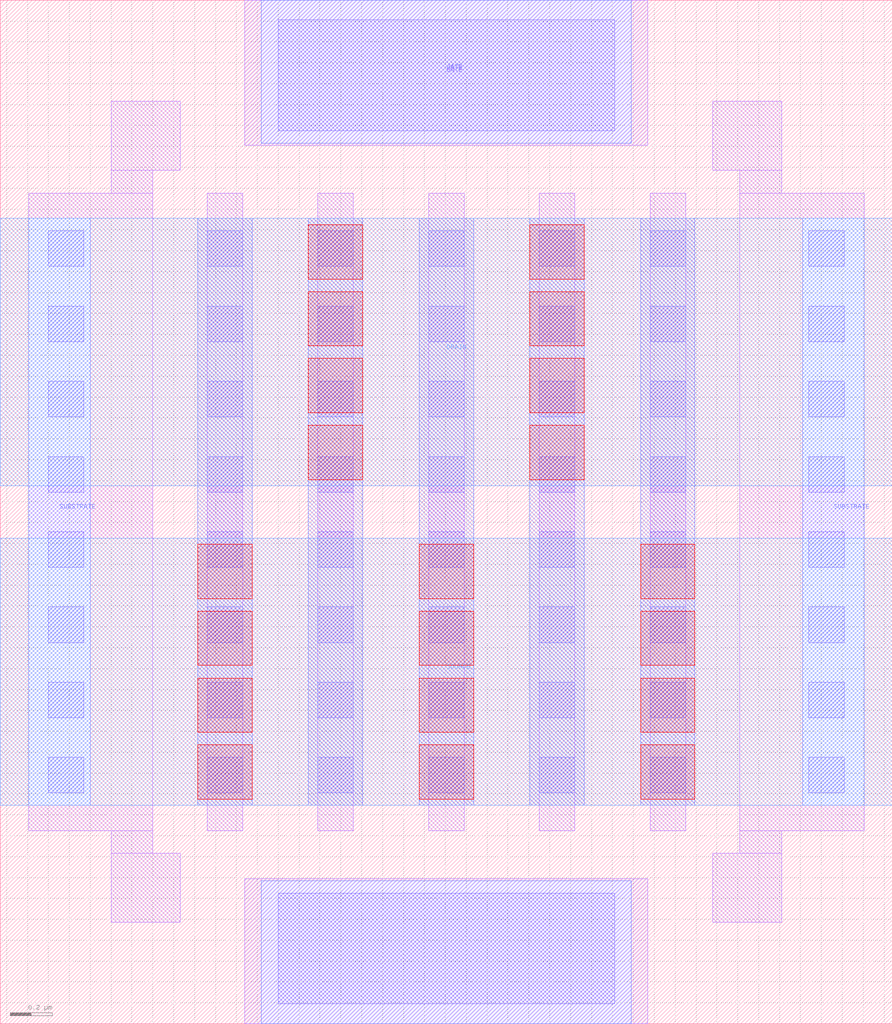
<source format=lef>
# Copyright 2020 The SkyWater PDK Authors
#
# Licensed under the Apache License, Version 2.0 (the "License");
# you may not use this file except in compliance with the License.
# You may obtain a copy of the License at
#
#     https://www.apache.org/licenses/LICENSE-2.0
#
# Unless required by applicable law or agreed to in writing, software
# distributed under the License is distributed on an "AS IS" BASIS,
# WITHOUT WARRANTIES OR CONDITIONS OF ANY KIND, either express or implied.
# See the License for the specific language governing permissions and
# limitations under the License.
#
# SPDX-License-Identifier: Apache-2.0

VERSION 5.7 ;
  NOWIREEXTENSIONATPIN ON ;
  DIVIDERCHAR "/" ;
  BUSBITCHARS "[]" ;
MACRO sky130_fd_pr__rf_nfet_01v8_lvt_cM04W3p00L0p25
  CLASS BLOCK ;
  FOREIGN sky130_fd_pr__rf_nfet_01v8_lvt_cM04W3p00L0p25 ;
  ORIGIN -0.070000  0.000000 ;
  SIZE  4.270000 BY  4.900000 ;
  PIN DRAIN
    ANTENNADIFFAREA  1.685600 ;
    PORT
      LAYER met2 ;
        RECT 0.070000 2.575000 4.340000 3.855000 ;
    END
  END DRAIN
  PIN GATE
    ANTENNAGATEAREA  3.010000 ;
    PORT
      LAYER li1 ;
        RECT 1.240000 0.000000 3.170000 0.695000 ;
        RECT 1.240000 4.205000 3.170000 4.900000 ;
      LAYER mcon ;
        RECT 1.400000 0.095000 3.010000 0.625000 ;
        RECT 1.400000 4.275000 3.010000 4.805000 ;
    END
    PORT
      LAYER met1 ;
        RECT 1.320000 0.000000 3.090000 0.685000 ;
        RECT 1.320000 4.215000 3.090000 4.900000 ;
    END
  END GATE
  PIN SOURCE
    ANTENNADIFFAREA  2.528400 ;
    PORT
      LAYER met2 ;
        RECT 0.070000 1.045000 4.340000 2.325000 ;
    END
  END SOURCE
  PIN SUBSTRATE
    ANTENNADIFFAREA  1.956500 ;
    ANTENNAGATEAREA  0.451500 ;
    PORT
      LAYER met1 ;
        RECT 0.205000 1.045000 0.500000 3.855000 ;
    END
    PORT
      LAYER met1 ;
        RECT 3.910000 1.045000 4.205000 3.855000 ;
    END
  END SUBSTRATE
  OBS
    LAYER li1 ;
      RECT 0.205000 0.925000 0.800000 3.975000 ;
      RECT 0.600000 0.485000 0.930000 0.815000 ;
      RECT 0.600000 0.815000 0.800000 0.925000 ;
      RECT 0.600000 3.975000 0.800000 4.085000 ;
      RECT 0.600000 4.085000 0.930000 4.415000 ;
      RECT 1.060000 0.925000 1.230000 3.975000 ;
      RECT 1.590000 0.925000 1.760000 3.975000 ;
      RECT 2.120000 0.925000 2.290000 3.975000 ;
      RECT 2.650000 0.925000 2.820000 3.975000 ;
      RECT 3.180000 0.925000 3.350000 3.975000 ;
      RECT 3.480000 0.485000 3.810000 0.815000 ;
      RECT 3.480000 4.085000 3.810000 4.415000 ;
      RECT 3.610000 0.815000 3.810000 0.925000 ;
      RECT 3.610000 0.925000 4.205000 3.975000 ;
      RECT 3.610000 3.975000 3.810000 4.085000 ;
    LAYER mcon ;
      RECT 0.300000 1.105000 0.470000 1.275000 ;
      RECT 0.300000 1.465000 0.470000 1.635000 ;
      RECT 0.300000 1.825000 0.470000 1.995000 ;
      RECT 0.300000 2.185000 0.470000 2.355000 ;
      RECT 0.300000 2.545000 0.470000 2.715000 ;
      RECT 0.300000 2.905000 0.470000 3.075000 ;
      RECT 0.300000 3.265000 0.470000 3.435000 ;
      RECT 0.300000 3.625000 0.470000 3.795000 ;
      RECT 1.060000 1.105000 1.230000 1.275000 ;
      RECT 1.060000 1.465000 1.230000 1.635000 ;
      RECT 1.060000 1.825000 1.230000 1.995000 ;
      RECT 1.060000 2.185000 1.230000 2.355000 ;
      RECT 1.060000 2.545000 1.230000 2.715000 ;
      RECT 1.060000 2.905000 1.230000 3.075000 ;
      RECT 1.060000 3.265000 1.230000 3.435000 ;
      RECT 1.060000 3.625000 1.230000 3.795000 ;
      RECT 1.590000 1.105000 1.760000 1.275000 ;
      RECT 1.590000 1.465000 1.760000 1.635000 ;
      RECT 1.590000 1.825000 1.760000 1.995000 ;
      RECT 1.590000 2.185000 1.760000 2.355000 ;
      RECT 1.590000 2.545000 1.760000 2.715000 ;
      RECT 1.590000 2.905000 1.760000 3.075000 ;
      RECT 1.590000 3.265000 1.760000 3.435000 ;
      RECT 1.590000 3.625000 1.760000 3.795000 ;
      RECT 2.120000 1.105000 2.290000 1.275000 ;
      RECT 2.120000 1.465000 2.290000 1.635000 ;
      RECT 2.120000 1.825000 2.290000 1.995000 ;
      RECT 2.120000 2.185000 2.290000 2.355000 ;
      RECT 2.120000 2.545000 2.290000 2.715000 ;
      RECT 2.120000 2.905000 2.290000 3.075000 ;
      RECT 2.120000 3.265000 2.290000 3.435000 ;
      RECT 2.120000 3.625000 2.290000 3.795000 ;
      RECT 2.650000 1.105000 2.820000 1.275000 ;
      RECT 2.650000 1.465000 2.820000 1.635000 ;
      RECT 2.650000 1.825000 2.820000 1.995000 ;
      RECT 2.650000 2.185000 2.820000 2.355000 ;
      RECT 2.650000 2.545000 2.820000 2.715000 ;
      RECT 2.650000 2.905000 2.820000 3.075000 ;
      RECT 2.650000 3.265000 2.820000 3.435000 ;
      RECT 2.650000 3.625000 2.820000 3.795000 ;
      RECT 3.180000 1.105000 3.350000 1.275000 ;
      RECT 3.180000 1.465000 3.350000 1.635000 ;
      RECT 3.180000 1.825000 3.350000 1.995000 ;
      RECT 3.180000 2.185000 3.350000 2.355000 ;
      RECT 3.180000 2.545000 3.350000 2.715000 ;
      RECT 3.180000 2.905000 3.350000 3.075000 ;
      RECT 3.180000 3.265000 3.350000 3.435000 ;
      RECT 3.180000 3.625000 3.350000 3.795000 ;
      RECT 3.940000 1.105000 4.110000 1.275000 ;
      RECT 3.940000 1.465000 4.110000 1.635000 ;
      RECT 3.940000 1.825000 4.110000 1.995000 ;
      RECT 3.940000 2.185000 4.110000 2.355000 ;
      RECT 3.940000 2.545000 4.110000 2.715000 ;
      RECT 3.940000 2.905000 4.110000 3.075000 ;
      RECT 3.940000 3.265000 4.110000 3.435000 ;
      RECT 3.940000 3.625000 4.110000 3.795000 ;
    LAYER met1 ;
      RECT 1.015000 1.045000 1.275000 3.855000 ;
      RECT 1.545000 1.045000 1.805000 3.855000 ;
      RECT 2.075000 1.045000 2.335000 3.855000 ;
      RECT 2.605000 1.045000 2.865000 3.855000 ;
      RECT 3.135000 1.045000 3.395000 3.855000 ;
    LAYER via ;
      RECT 1.015000 1.075000 1.275000 1.335000 ;
      RECT 1.015000 1.395000 1.275000 1.655000 ;
      RECT 1.015000 1.715000 1.275000 1.975000 ;
      RECT 1.015000 2.035000 1.275000 2.295000 ;
      RECT 1.545000 2.605000 1.805000 2.865000 ;
      RECT 1.545000 2.925000 1.805000 3.185000 ;
      RECT 1.545000 3.245000 1.805000 3.505000 ;
      RECT 1.545000 3.565000 1.805000 3.825000 ;
      RECT 2.075000 1.075000 2.335000 1.335000 ;
      RECT 2.075000 1.395000 2.335000 1.655000 ;
      RECT 2.075000 1.715000 2.335000 1.975000 ;
      RECT 2.075000 2.035000 2.335000 2.295000 ;
      RECT 2.605000 2.605000 2.865000 2.865000 ;
      RECT 2.605000 2.925000 2.865000 3.185000 ;
      RECT 2.605000 3.245000 2.865000 3.505000 ;
      RECT 2.605000 3.565000 2.865000 3.825000 ;
      RECT 3.135000 1.075000 3.395000 1.335000 ;
      RECT 3.135000 1.395000 3.395000 1.655000 ;
      RECT 3.135000 1.715000 3.395000 1.975000 ;
      RECT 3.135000 2.035000 3.395000 2.295000 ;
  END
END sky130_fd_pr__rf_nfet_01v8_lvt_cM04W3p00L0p25
END LIBRARY

</source>
